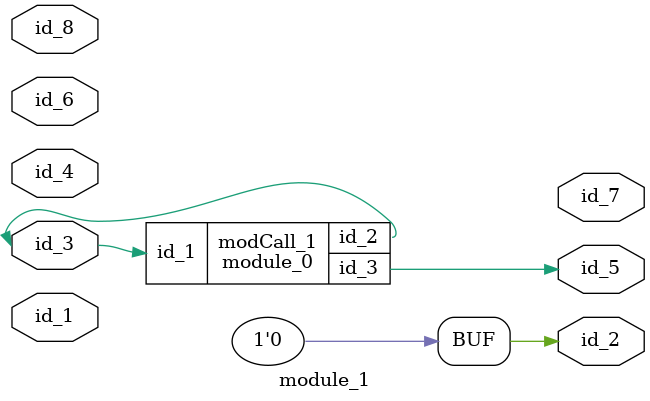
<source format=v>
module module_0 (
    id_1,
    id_2,
    id_3
);
  output wire id_3;
  inout wire id_2;
  input wire id_1;
  wire id_4;
endmodule
module module_1 (
    id_1,
    id_2,
    id_3,
    id_4,
    id_5,
    id_6,
    id_7,
    id_8
);
  input wire id_8;
  output wire id_7;
  input wire id_6;
  output wire id_5;
  inout wire id_4;
  inout wire id_3;
  output wire id_2;
  input wire id_1;
  assign id_2[1'b0] = "";
  module_0 modCall_1 (
      id_3,
      id_3,
      id_5
  );
endmodule

</source>
